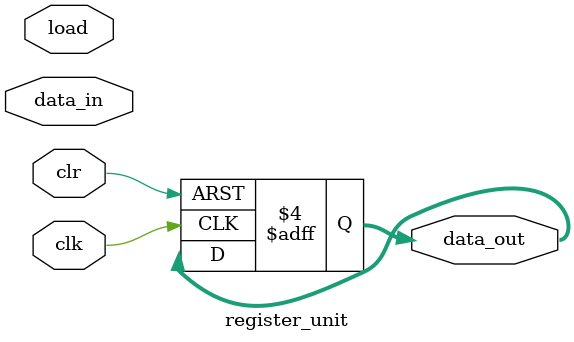
<source format=v>
module register_unit (
    data_out,
    data_in,
    load,
    clk,
    clr
);

parameter DATAWIDTH = 8;
output reg [DATAWIDTH - 1:0] data_out;
input [DATAWIDTH - 1:0] data_in;
input load, clk, clr;

// Clear is an active low signal

always @ (posedge clk or negedge clr)
begin
    if(!clr)
        data_out <= 0;
    else if (load) begin
        data_in <= data_in;
    end
end
    
endmodule
</source>
